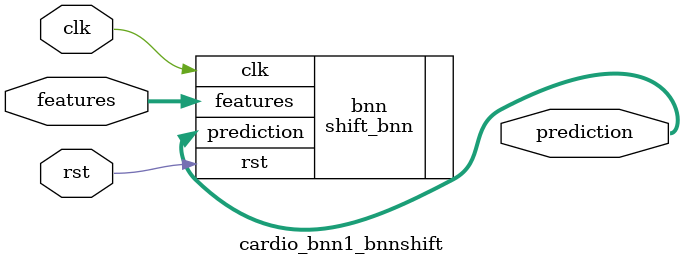
<source format=v>













module cardio_bnn1_bnnshift #(

parameter FEAT_CNT = 19,
parameter HIDDEN_CNT = 40,
parameter FEAT_BITS = 4,
parameter CLASS_CNT = 3,
parameter TEST_CNT = 1000


  ) (
  input clk,
  input rst,
  input [FEAT_CNT*FEAT_BITS-1:0] features,
  output [$clog2(CLASS_CNT)-1:0] prediction
  );

  localparam Weights0 = 760'b0011100010010101010110101000111001101000011010010101000110110011100000010001101101001011111100011010011110011001101101010100110000010010011101010100000110000011000001011110100001000100010000100101111111001010001010010100110111001001001100101001100110001010001011000100101111001101011001110000010100001110000010000101100010101001100111011010001101001101000110101011000000000111110000000010101001001100110000011011110000100010011111111111000110100101110110110011101011011001100100111010110011101110001000000010001010000100101110010010110110000111001001011101101100010011000101101000010010111010011111000110100110111000001001110101000110110011101001101001010001001001101100101010000001000001101110010010011101010001000100110000110100101010100110001100111101101101 ;
  localparam Weights1 = 120'b101010000001111100000011001000100011100111001011000110110011011101101001101001110100101100111001001101110110000110110011 ;

  shift_bnn #(.FEAT_CNT(FEAT_CNT),.FEAT_BITS(FEAT_BITS),.HIDDEN_CNT(HIDDEN_CNT),.CLASS_CNT(CLASS_CNT),.Weights0(Weights0),.Weights1(Weights1)) bnn (
    .clk(clk),
    .rst(rst),
    .features(features),
    .prediction(prediction)
  );

endmodule

</source>
